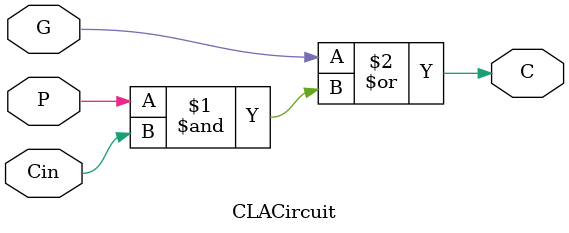
<source format=sv>
module CLACircuit
(
   input P, G, 
	input Cin,
	output logic C
);

   assign C = G | (P & Cin);
	/*assign C[1] = G[0] | (P[0] & Cin);
	
	assign C[2] = G[1] | (P[1] & G[0]) | (P[1] & P[0] & Cin);
	
	assign C[3] = G[2] | (P[2] & G[1]) | (P[2] & P[1] & P[0] & Cin);
	
	assign C[4] = G[3] | (P[3] & G[2]) | (P[3] & P[2] & G[1]) | (P[3] & P[2] & P[1] & P[0] & Cin);*/
	
	// If this doesn't work, implement the CLA circuit where all of C[0] till C[4] are calculated at once.
	
endmodule
</source>
